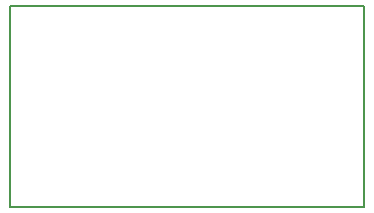
<source format=gbr>
%TF.GenerationSoftware,KiCad,Pcbnew,8.0.4*%
%TF.CreationDate,2024-10-21T10:59:18-07:00*%
%TF.ProjectId,adapter,61646170-7465-4722-9e6b-696361645f70,rev?*%
%TF.SameCoordinates,Original*%
%TF.FileFunction,Profile,NP*%
%FSLAX46Y46*%
G04 Gerber Fmt 4.6, Leading zero omitted, Abs format (unit mm)*
G04 Created by KiCad (PCBNEW 8.0.4) date 2024-10-21 10:59:18*
%MOMM*%
%LPD*%
G01*
G04 APERTURE LIST*
%TA.AperFunction,Profile*%
%ADD10C,0.200000*%
%TD*%
G04 APERTURE END LIST*
D10*
X73950000Y-77600000D02*
X103950000Y-77600000D01*
X103950000Y-94600000D01*
X73950000Y-94600000D01*
X73950000Y-77600000D01*
M02*

</source>
